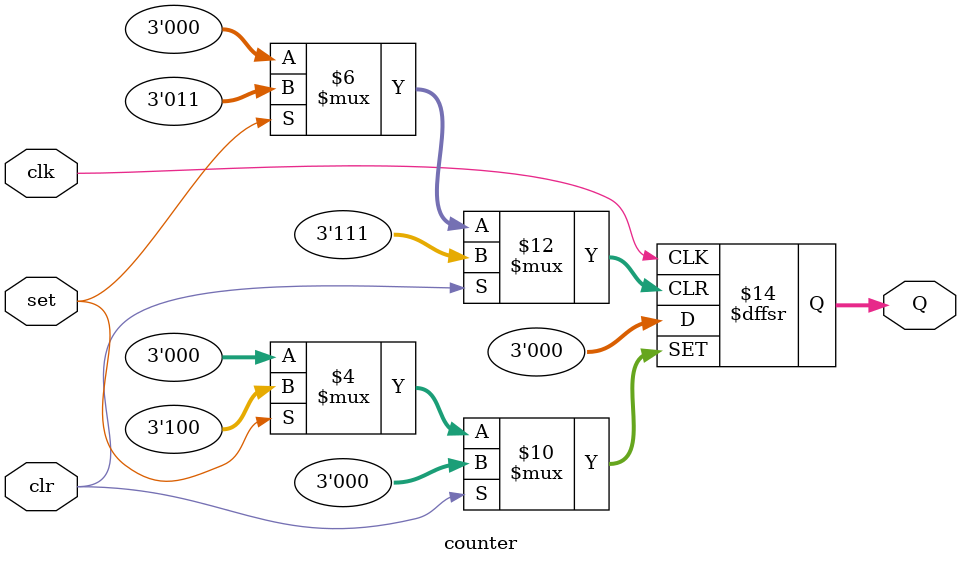
<source format=v>
module counter(
	input clk,
	input set,
	input clr,
	output reg [2:0]Q
);

//I'm struggling with following the logic here...
//but if I'm interpreting this schematic correctly
//the only output bit that can possibly change from a 0 is Q[2]... when it's a 1, all the D's become 0's and the Q's follow again.
//I just built the other files in this project to make sure I had the logic right... and if I did the other logic correctly, then I know I didn't get this stuff right.
//but here's all of it--I have to go to work, but if I get off earlier than midnight tonight, hopefully I can resubmit.



always @(posedge clk or posedge set or posedge clr)
begin
	if (clr)
		Q <= 3'b000; 		//clear takes priority over set
	else if (set)
		Q <= 3'b100;
	else
		Q <= 3'b000;
end


endmodule

</source>
